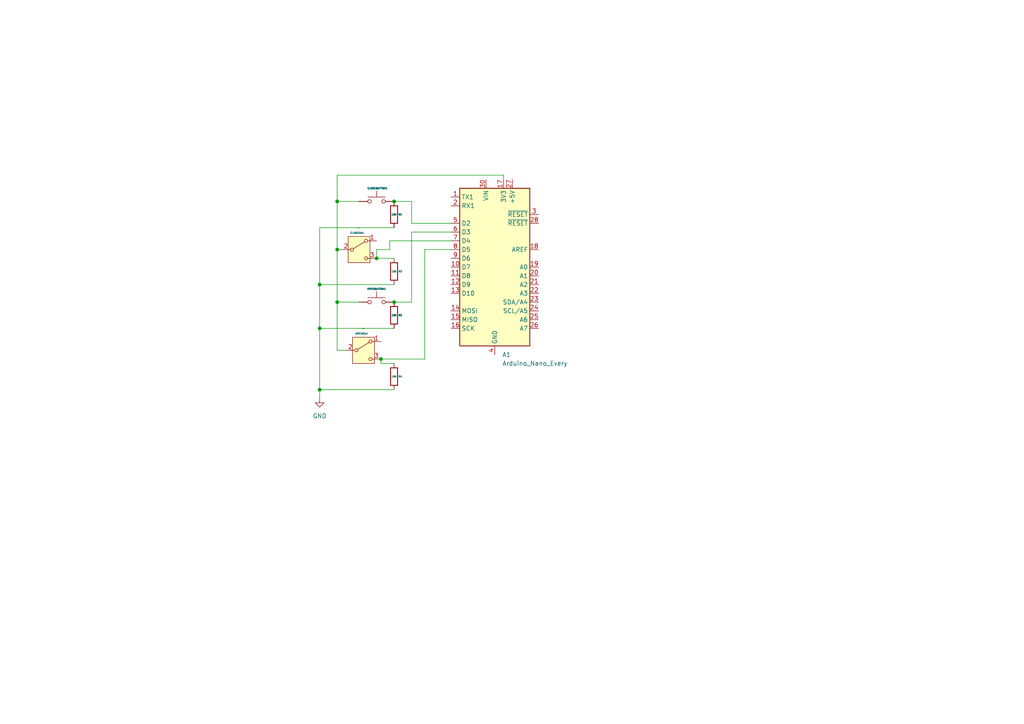
<source format=kicad_sch>
(kicad_sch
	(version 20250114)
	(generator "eeschema")
	(generator_version "9.0")
	(uuid "a09d749a-88ef-4b43-a90b-1e92ad266665")
	(paper "A4")
	(lib_symbols
		(symbol "Device:R"
			(pin_numbers
				(hide yes)
			)
			(pin_names
				(offset 0)
			)
			(exclude_from_sim no)
			(in_bom yes)
			(on_board yes)
			(property "Reference" "R"
				(at 2.032 0 90)
				(effects
					(font
						(size 1.27 1.27)
					)
				)
			)
			(property "Value" "R"
				(at 0 0 90)
				(effects
					(font
						(size 1.27 1.27)
					)
				)
			)
			(property "Footprint" ""
				(at -1.778 0 90)
				(effects
					(font
						(size 1.27 1.27)
					)
					(hide yes)
				)
			)
			(property "Datasheet" "~"
				(at 0 0 0)
				(effects
					(font
						(size 1.27 1.27)
					)
					(hide yes)
				)
			)
			(property "Description" "Resistor"
				(at 0 0 0)
				(effects
					(font
						(size 1.27 1.27)
					)
					(hide yes)
				)
			)
			(property "ki_keywords" "R res resistor"
				(at 0 0 0)
				(effects
					(font
						(size 1.27 1.27)
					)
					(hide yes)
				)
			)
			(property "ki_fp_filters" "R_*"
				(at 0 0 0)
				(effects
					(font
						(size 1.27 1.27)
					)
					(hide yes)
				)
			)
			(symbol "R_0_1"
				(rectangle
					(start -1.016 -2.54)
					(end 1.016 2.54)
					(stroke
						(width 0.254)
						(type default)
					)
					(fill
						(type none)
					)
				)
			)
			(symbol "R_1_1"
				(pin passive line
					(at 0 3.81 270)
					(length 1.27)
					(name "~"
						(effects
							(font
								(size 1.27 1.27)
							)
						)
					)
					(number "1"
						(effects
							(font
								(size 1.27 1.27)
							)
						)
					)
				)
				(pin passive line
					(at 0 -3.81 90)
					(length 1.27)
					(name "~"
						(effects
							(font
								(size 1.27 1.27)
							)
						)
					)
					(number "2"
						(effects
							(font
								(size 1.27 1.27)
							)
						)
					)
				)
			)
			(embedded_fonts no)
		)
		(symbol "MCU_Module:Arduino_Nano_Every"
			(exclude_from_sim no)
			(in_bom yes)
			(on_board yes)
			(property "Reference" "A"
				(at -10.16 23.495 0)
				(effects
					(font
						(size 1.27 1.27)
					)
					(justify left bottom)
				)
			)
			(property "Value" "Arduino_Nano_Every"
				(at 5.08 -24.13 0)
				(effects
					(font
						(size 1.27 1.27)
					)
					(justify left top)
				)
			)
			(property "Footprint" "Module:Arduino_Nano"
				(at 0 0 0)
				(effects
					(font
						(size 1.27 1.27)
						(italic yes)
					)
					(hide yes)
				)
			)
			(property "Datasheet" "https://content.arduino.cc/assets/NANOEveryV3.0_sch.pdf"
				(at 0 0 0)
				(effects
					(font
						(size 1.27 1.27)
					)
					(hide yes)
				)
			)
			(property "Description" "Arduino Nano Every"
				(at 0 0 0)
				(effects
					(font
						(size 1.27 1.27)
					)
					(hide yes)
				)
			)
			(property "ki_keywords" "Arduino nano microcontroller module USB UPDI AATMega4809 AVR"
				(at 0 0 0)
				(effects
					(font
						(size 1.27 1.27)
					)
					(hide yes)
				)
			)
			(property "ki_fp_filters" "Arduino*Nano*"
				(at 0 0 0)
				(effects
					(font
						(size 1.27 1.27)
					)
					(hide yes)
				)
			)
			(symbol "Arduino_Nano_Every_0_1"
				(rectangle
					(start -10.16 22.86)
					(end 10.16 -22.86)
					(stroke
						(width 0.254)
						(type default)
					)
					(fill
						(type background)
					)
				)
			)
			(symbol "Arduino_Nano_Every_1_1"
				(pin bidirectional line
					(at -12.7 20.32 0)
					(length 2.54)
					(name "TX1"
						(effects
							(font
								(size 1.27 1.27)
							)
						)
					)
					(number "1"
						(effects
							(font
								(size 1.27 1.27)
							)
						)
					)
				)
				(pin bidirectional line
					(at -12.7 17.78 0)
					(length 2.54)
					(name "RX1"
						(effects
							(font
								(size 1.27 1.27)
							)
						)
					)
					(number "2"
						(effects
							(font
								(size 1.27 1.27)
							)
						)
					)
				)
				(pin bidirectional line
					(at -12.7 12.7 0)
					(length 2.54)
					(name "D2"
						(effects
							(font
								(size 1.27 1.27)
							)
						)
					)
					(number "5"
						(effects
							(font
								(size 1.27 1.27)
							)
						)
					)
				)
				(pin bidirectional line
					(at -12.7 10.16 0)
					(length 2.54)
					(name "D3"
						(effects
							(font
								(size 1.27 1.27)
							)
						)
					)
					(number "6"
						(effects
							(font
								(size 1.27 1.27)
							)
						)
					)
				)
				(pin bidirectional line
					(at -12.7 7.62 0)
					(length 2.54)
					(name "D4"
						(effects
							(font
								(size 1.27 1.27)
							)
						)
					)
					(number "7"
						(effects
							(font
								(size 1.27 1.27)
							)
						)
					)
				)
				(pin bidirectional line
					(at -12.7 5.08 0)
					(length 2.54)
					(name "D5"
						(effects
							(font
								(size 1.27 1.27)
							)
						)
					)
					(number "8"
						(effects
							(font
								(size 1.27 1.27)
							)
						)
					)
				)
				(pin bidirectional line
					(at -12.7 2.54 0)
					(length 2.54)
					(name "D6"
						(effects
							(font
								(size 1.27 1.27)
							)
						)
					)
					(number "9"
						(effects
							(font
								(size 1.27 1.27)
							)
						)
					)
				)
				(pin bidirectional line
					(at -12.7 0 0)
					(length 2.54)
					(name "D7"
						(effects
							(font
								(size 1.27 1.27)
							)
						)
					)
					(number "10"
						(effects
							(font
								(size 1.27 1.27)
							)
						)
					)
				)
				(pin bidirectional line
					(at -12.7 -2.54 0)
					(length 2.54)
					(name "D8"
						(effects
							(font
								(size 1.27 1.27)
							)
						)
					)
					(number "11"
						(effects
							(font
								(size 1.27 1.27)
							)
						)
					)
				)
				(pin bidirectional line
					(at -12.7 -5.08 0)
					(length 2.54)
					(name "D9"
						(effects
							(font
								(size 1.27 1.27)
							)
						)
					)
					(number "12"
						(effects
							(font
								(size 1.27 1.27)
							)
						)
					)
				)
				(pin bidirectional line
					(at -12.7 -7.62 0)
					(length 2.54)
					(name "D10"
						(effects
							(font
								(size 1.27 1.27)
							)
						)
					)
					(number "13"
						(effects
							(font
								(size 1.27 1.27)
							)
						)
					)
				)
				(pin bidirectional line
					(at -12.7 -12.7 0)
					(length 2.54)
					(name "MOSI"
						(effects
							(font
								(size 1.27 1.27)
							)
						)
					)
					(number "14"
						(effects
							(font
								(size 1.27 1.27)
							)
						)
					)
				)
				(pin bidirectional line
					(at -12.7 -15.24 0)
					(length 2.54)
					(name "MISO"
						(effects
							(font
								(size 1.27 1.27)
							)
						)
					)
					(number "15"
						(effects
							(font
								(size 1.27 1.27)
							)
						)
					)
				)
				(pin bidirectional line
					(at -12.7 -17.78 0)
					(length 2.54)
					(name "SCK"
						(effects
							(font
								(size 1.27 1.27)
							)
						)
					)
					(number "16"
						(effects
							(font
								(size 1.27 1.27)
							)
						)
					)
				)
				(pin power_in line
					(at -2.54 25.4 270)
					(length 2.54)
					(name "VIN"
						(effects
							(font
								(size 1.27 1.27)
							)
						)
					)
					(number "30"
						(effects
							(font
								(size 1.27 1.27)
							)
						)
					)
				)
				(pin passive line
					(at 0 -25.4 90)
					(length 2.54)
					(hide yes)
					(name "GND"
						(effects
							(font
								(size 1.27 1.27)
							)
						)
					)
					(number "29"
						(effects
							(font
								(size 1.27 1.27)
							)
						)
					)
				)
				(pin power_in line
					(at 0 -25.4 90)
					(length 2.54)
					(name "GND"
						(effects
							(font
								(size 1.27 1.27)
							)
						)
					)
					(number "4"
						(effects
							(font
								(size 1.27 1.27)
							)
						)
					)
				)
				(pin power_out line
					(at 2.54 25.4 270)
					(length 2.54)
					(name "3V3"
						(effects
							(font
								(size 1.27 1.27)
							)
						)
					)
					(number "17"
						(effects
							(font
								(size 1.27 1.27)
							)
						)
					)
				)
				(pin power_out line
					(at 5.08 25.4 270)
					(length 2.54)
					(name "+5V"
						(effects
							(font
								(size 1.27 1.27)
							)
						)
					)
					(number "27"
						(effects
							(font
								(size 1.27 1.27)
							)
						)
					)
				)
				(pin input line
					(at 12.7 15.24 180)
					(length 2.54)
					(name "~{RESET}"
						(effects
							(font
								(size 1.27 1.27)
							)
						)
					)
					(number "3"
						(effects
							(font
								(size 1.27 1.27)
							)
						)
					)
				)
				(pin input line
					(at 12.7 12.7 180)
					(length 2.54)
					(name "~{RESET}"
						(effects
							(font
								(size 1.27 1.27)
							)
						)
					)
					(number "28"
						(effects
							(font
								(size 1.27 1.27)
							)
						)
					)
				)
				(pin input line
					(at 12.7 5.08 180)
					(length 2.54)
					(name "AREF"
						(effects
							(font
								(size 1.27 1.27)
							)
						)
					)
					(number "18"
						(effects
							(font
								(size 1.27 1.27)
							)
						)
					)
				)
				(pin bidirectional line
					(at 12.7 0 180)
					(length 2.54)
					(name "A0"
						(effects
							(font
								(size 1.27 1.27)
							)
						)
					)
					(number "19"
						(effects
							(font
								(size 1.27 1.27)
							)
						)
					)
				)
				(pin bidirectional line
					(at 12.7 -2.54 180)
					(length 2.54)
					(name "A1"
						(effects
							(font
								(size 1.27 1.27)
							)
						)
					)
					(number "20"
						(effects
							(font
								(size 1.27 1.27)
							)
						)
					)
				)
				(pin bidirectional line
					(at 12.7 -5.08 180)
					(length 2.54)
					(name "A2"
						(effects
							(font
								(size 1.27 1.27)
							)
						)
					)
					(number "21"
						(effects
							(font
								(size 1.27 1.27)
							)
						)
					)
				)
				(pin bidirectional line
					(at 12.7 -7.62 180)
					(length 2.54)
					(name "A3"
						(effects
							(font
								(size 1.27 1.27)
							)
						)
					)
					(number "22"
						(effects
							(font
								(size 1.27 1.27)
							)
						)
					)
				)
				(pin bidirectional line
					(at 12.7 -10.16 180)
					(length 2.54)
					(name "SDA/A4"
						(effects
							(font
								(size 1.27 1.27)
							)
						)
					)
					(number "23"
						(effects
							(font
								(size 1.27 1.27)
							)
						)
					)
				)
				(pin bidirectional line
					(at 12.7 -12.7 180)
					(length 2.54)
					(name "SCL/A5"
						(effects
							(font
								(size 1.27 1.27)
							)
						)
					)
					(number "24"
						(effects
							(font
								(size 1.27 1.27)
							)
						)
					)
				)
				(pin bidirectional line
					(at 12.7 -15.24 180)
					(length 2.54)
					(name "A6"
						(effects
							(font
								(size 1.27 1.27)
							)
						)
					)
					(number "25"
						(effects
							(font
								(size 1.27 1.27)
							)
						)
					)
				)
				(pin bidirectional line
					(at 12.7 -17.78 180)
					(length 2.54)
					(name "A7"
						(effects
							(font
								(size 1.27 1.27)
							)
						)
					)
					(number "26"
						(effects
							(font
								(size 1.27 1.27)
							)
						)
					)
				)
			)
			(embedded_fonts no)
		)
		(symbol "Switch:SW_Omron_B3FS"
			(pin_numbers
				(hide yes)
			)
			(pin_names
				(offset 1.016)
				(hide yes)
			)
			(exclude_from_sim no)
			(in_bom yes)
			(on_board yes)
			(property "Reference" "SW"
				(at 1.27 2.54 0)
				(effects
					(font
						(size 1.27 1.27)
					)
					(justify left)
				)
			)
			(property "Value" "SW_Omron_B3FS"
				(at 0 -1.524 0)
				(effects
					(font
						(size 1.27 1.27)
					)
				)
			)
			(property "Footprint" ""
				(at 0 5.08 0)
				(effects
					(font
						(size 1.27 1.27)
					)
					(hide yes)
				)
			)
			(property "Datasheet" "https://omronfs.omron.com/en_US/ecb/products/pdf/en-b3fs.pdf"
				(at 0 5.08 0)
				(effects
					(font
						(size 1.27 1.27)
					)
					(hide yes)
				)
			)
			(property "Description" "Omron B3FS 6x6mm single pole normally-open tactile switch"
				(at 0 0 0)
				(effects
					(font
						(size 1.27 1.27)
					)
					(hide yes)
				)
			)
			(property "ki_keywords" "switch normally-open pushbutton push-button"
				(at 0 0 0)
				(effects
					(font
						(size 1.27 1.27)
					)
					(hide yes)
				)
			)
			(property "ki_fp_filters" "SW*Omron*B3FS*"
				(at 0 0 0)
				(effects
					(font
						(size 1.27 1.27)
					)
					(hide yes)
				)
			)
			(symbol "SW_Omron_B3FS_0_1"
				(circle
					(center -2.032 0)
					(radius 0.508)
					(stroke
						(width 0)
						(type default)
					)
					(fill
						(type none)
					)
				)
				(polyline
					(pts
						(xy 0 1.27) (xy 0 3.048)
					)
					(stroke
						(width 0)
						(type default)
					)
					(fill
						(type none)
					)
				)
				(circle
					(center 2.032 0)
					(radius 0.508)
					(stroke
						(width 0)
						(type default)
					)
					(fill
						(type none)
					)
				)
				(polyline
					(pts
						(xy 2.54 1.27) (xy -2.54 1.27)
					)
					(stroke
						(width 0)
						(type default)
					)
					(fill
						(type none)
					)
				)
				(pin passive line
					(at -5.08 0 0)
					(length 2.54)
					(name "1"
						(effects
							(font
								(size 1.27 1.27)
							)
						)
					)
					(number "1"
						(effects
							(font
								(size 1.27 1.27)
							)
						)
					)
				)
				(pin passive line
					(at 5.08 0 180)
					(length 2.54)
					(name "2"
						(effects
							(font
								(size 1.27 1.27)
							)
						)
					)
					(number "2"
						(effects
							(font
								(size 1.27 1.27)
							)
						)
					)
				)
			)
			(embedded_fonts no)
		)
		(symbol "Switch:SW_SPDT"
			(pin_names
				(offset 0)
				(hide yes)
			)
			(exclude_from_sim no)
			(in_bom yes)
			(on_board yes)
			(property "Reference" "SW"
				(at 0 5.08 0)
				(effects
					(font
						(size 1.27 1.27)
					)
				)
			)
			(property "Value" "SW_SPDT"
				(at 0 -5.08 0)
				(effects
					(font
						(size 1.27 1.27)
					)
				)
			)
			(property "Footprint" ""
				(at 0 0 0)
				(effects
					(font
						(size 1.27 1.27)
					)
					(hide yes)
				)
			)
			(property "Datasheet" "~"
				(at 0 -7.62 0)
				(effects
					(font
						(size 1.27 1.27)
					)
					(hide yes)
				)
			)
			(property "Description" "Switch, single pole double throw"
				(at 0 0 0)
				(effects
					(font
						(size 1.27 1.27)
					)
					(hide yes)
				)
			)
			(property "ki_keywords" "switch single-pole double-throw spdt ON-ON"
				(at 0 0 0)
				(effects
					(font
						(size 1.27 1.27)
					)
					(hide yes)
				)
			)
			(symbol "SW_SPDT_0_1"
				(circle
					(center -2.032 0)
					(radius 0.4572)
					(stroke
						(width 0)
						(type default)
					)
					(fill
						(type none)
					)
				)
				(polyline
					(pts
						(xy -1.651 0.254) (xy 1.651 2.286)
					)
					(stroke
						(width 0)
						(type default)
					)
					(fill
						(type none)
					)
				)
				(circle
					(center 2.032 2.54)
					(radius 0.4572)
					(stroke
						(width 0)
						(type default)
					)
					(fill
						(type none)
					)
				)
				(circle
					(center 2.032 -2.54)
					(radius 0.4572)
					(stroke
						(width 0)
						(type default)
					)
					(fill
						(type none)
					)
				)
			)
			(symbol "SW_SPDT_1_1"
				(rectangle
					(start -3.175 3.81)
					(end 3.175 -3.81)
					(stroke
						(width 0)
						(type default)
					)
					(fill
						(type background)
					)
				)
				(pin passive line
					(at -5.08 0 0)
					(length 2.54)
					(name "B"
						(effects
							(font
								(size 1.27 1.27)
							)
						)
					)
					(number "2"
						(effects
							(font
								(size 1.27 1.27)
							)
						)
					)
				)
				(pin passive line
					(at 5.08 2.54 180)
					(length 2.54)
					(name "A"
						(effects
							(font
								(size 1.27 1.27)
							)
						)
					)
					(number "1"
						(effects
							(font
								(size 1.27 1.27)
							)
						)
					)
				)
				(pin passive line
					(at 5.08 -2.54 180)
					(length 2.54)
					(name "C"
						(effects
							(font
								(size 1.27 1.27)
							)
						)
					)
					(number "3"
						(effects
							(font
								(size 1.27 1.27)
							)
						)
					)
				)
			)
			(embedded_fonts no)
		)
		(symbol "power:GND"
			(power)
			(pin_numbers
				(hide yes)
			)
			(pin_names
				(offset 0)
				(hide yes)
			)
			(exclude_from_sim no)
			(in_bom yes)
			(on_board yes)
			(property "Reference" "#PWR"
				(at 0 -6.35 0)
				(effects
					(font
						(size 1.27 1.27)
					)
					(hide yes)
				)
			)
			(property "Value" "GND"
				(at 0 -3.81 0)
				(effects
					(font
						(size 1.27 1.27)
					)
				)
			)
			(property "Footprint" ""
				(at 0 0 0)
				(effects
					(font
						(size 1.27 1.27)
					)
					(hide yes)
				)
			)
			(property "Datasheet" ""
				(at 0 0 0)
				(effects
					(font
						(size 1.27 1.27)
					)
					(hide yes)
				)
			)
			(property "Description" "Power symbol creates a global label with name \"GND\" , ground"
				(at 0 0 0)
				(effects
					(font
						(size 1.27 1.27)
					)
					(hide yes)
				)
			)
			(property "ki_keywords" "global power"
				(at 0 0 0)
				(effects
					(font
						(size 1.27 1.27)
					)
					(hide yes)
				)
			)
			(symbol "GND_0_1"
				(polyline
					(pts
						(xy 0 0) (xy 0 -1.27) (xy 1.27 -1.27) (xy 0 -2.54) (xy -1.27 -1.27) (xy 0 -1.27)
					)
					(stroke
						(width 0)
						(type default)
					)
					(fill
						(type none)
					)
				)
			)
			(symbol "GND_1_1"
				(pin power_in line
					(at 0 0 270)
					(length 0)
					(name "~"
						(effects
							(font
								(size 1.27 1.27)
							)
						)
					)
					(number "1"
						(effects
							(font
								(size 1.27 1.27)
							)
						)
					)
				)
			)
			(embedded_fonts no)
		)
	)
	(junction
		(at 92.71 95.25)
		(diameter 0)
		(color 0 0 0 0)
		(uuid "0b964c53-4c70-4b18-9f71-10f51b93c609")
	)
	(junction
		(at 110.49 104.14)
		(diameter 0)
		(color 0 0 0 0)
		(uuid "22cf717d-49d5-41ac-990d-6f201234cf46")
	)
	(junction
		(at 97.79 87.63)
		(diameter 0)
		(color 0 0 0 0)
		(uuid "379364f1-94e9-4776-9b25-d384d8b01fa1")
	)
	(junction
		(at 114.3 87.63)
		(diameter 0)
		(color 0 0 0 0)
		(uuid "3e3e99b6-3798-4aa7-9114-ef346518559b")
	)
	(junction
		(at 114.3 58.42)
		(diameter 0)
		(color 0 0 0 0)
		(uuid "762b295f-e907-43bf-90b0-c7c6db06da65")
	)
	(junction
		(at 92.71 113.03)
		(diameter 0)
		(color 0 0 0 0)
		(uuid "7a5f844a-415d-4ffb-8082-2389e2e0d9a5")
	)
	(junction
		(at 97.79 58.42)
		(diameter 0)
		(color 0 0 0 0)
		(uuid "9c592d45-2808-4f0a-ba36-11d43a84ef5a")
	)
	(junction
		(at 92.71 82.55)
		(diameter 0)
		(color 0 0 0 0)
		(uuid "c4296b57-8058-4118-8afa-de2e389c2ca9")
	)
	(junction
		(at 97.79 72.39)
		(diameter 0)
		(color 0 0 0 0)
		(uuid "c5b783ef-549d-45b8-9621-c93320091ee4")
	)
	(junction
		(at 109.22 74.93)
		(diameter 0)
		(color 0 0 0 0)
		(uuid "f925b9c0-6566-4b12-adc9-3eb358a6f363")
	)
	(wire
		(pts
			(xy 123.19 72.39) (xy 130.81 72.39)
		)
		(stroke
			(width 0)
			(type default)
		)
		(uuid "00072e68-1c86-466e-8600-283aca5c4836")
	)
	(wire
		(pts
			(xy 130.81 64.77) (xy 119.38 64.77)
		)
		(stroke
			(width 0)
			(type default)
		)
		(uuid "0ca8aab1-a9b1-4394-b12a-94ed2d21d44e")
	)
	(wire
		(pts
			(xy 114.3 74.93) (xy 109.22 74.93)
		)
		(stroke
			(width 0)
			(type default)
		)
		(uuid "0cd9261f-d319-43f7-b2f9-dc72ab1cc9b1")
	)
	(wire
		(pts
			(xy 100.33 101.6) (xy 97.79 101.6)
		)
		(stroke
			(width 0)
			(type default)
		)
		(uuid "12efbea5-a50c-4ed7-ad7b-a1a8f640949a")
	)
	(wire
		(pts
			(xy 146.05 50.8) (xy 146.05 52.07)
		)
		(stroke
			(width 0)
			(type default)
		)
		(uuid "266f9c70-993e-431a-bdf3-9ebfc4004a64")
	)
	(wire
		(pts
			(xy 119.38 64.77) (xy 119.38 58.42)
		)
		(stroke
			(width 0)
			(type default)
		)
		(uuid "2b1fe054-c7d3-4248-8862-b082c003791f")
	)
	(wire
		(pts
			(xy 114.3 82.55) (xy 92.71 82.55)
		)
		(stroke
			(width 0)
			(type default)
		)
		(uuid "2d75c061-0b5c-405d-94e8-3546f6e4b35d")
	)
	(wire
		(pts
			(xy 92.71 113.03) (xy 114.3 113.03)
		)
		(stroke
			(width 0)
			(type default)
		)
		(uuid "3c12fbf2-8ddd-40d0-a776-178015327daf")
	)
	(wire
		(pts
			(xy 114.3 87.63) (xy 119.38 87.63)
		)
		(stroke
			(width 0)
			(type default)
		)
		(uuid "3fe174b8-200a-4a3d-9163-537a45f608a5")
	)
	(wire
		(pts
			(xy 97.79 58.42) (xy 104.14 58.42)
		)
		(stroke
			(width 0)
			(type default)
		)
		(uuid "47cb703c-bdb9-4b97-a458-4a9e59ace586")
	)
	(wire
		(pts
			(xy 97.79 72.39) (xy 99.06 72.39)
		)
		(stroke
			(width 0)
			(type default)
		)
		(uuid "4e99d8ea-e4bd-4a5e-9c2c-e02dc559f9a1")
	)
	(wire
		(pts
			(xy 97.79 87.63) (xy 97.79 101.6)
		)
		(stroke
			(width 0)
			(type default)
		)
		(uuid "4ea9a239-5b4c-42d4-b56d-d93393acdeaa")
	)
	(wire
		(pts
			(xy 130.81 67.31) (xy 119.38 67.31)
		)
		(stroke
			(width 0)
			(type default)
		)
		(uuid "563bda3f-17b2-47c2-83d4-66cc4f853950")
	)
	(wire
		(pts
			(xy 97.79 50.8) (xy 146.05 50.8)
		)
		(stroke
			(width 0)
			(type default)
		)
		(uuid "571bb98a-1feb-4113-bf2b-47c5d20fb42a")
	)
	(wire
		(pts
			(xy 110.49 104.14) (xy 123.19 104.14)
		)
		(stroke
			(width 0)
			(type default)
		)
		(uuid "5929354e-a44f-4b46-9c84-e73a8a68f9a9")
	)
	(wire
		(pts
			(xy 114.3 66.04) (xy 92.71 66.04)
		)
		(stroke
			(width 0)
			(type default)
		)
		(uuid "5ebc6ff0-7d24-4cc1-8307-ad60f42681fe")
	)
	(wire
		(pts
			(xy 119.38 67.31) (xy 119.38 87.63)
		)
		(stroke
			(width 0)
			(type default)
		)
		(uuid "65636677-59ce-4d9e-a403-1a82366ccb24")
	)
	(wire
		(pts
			(xy 92.71 115.57) (xy 92.71 113.03)
		)
		(stroke
			(width 0)
			(type default)
		)
		(uuid "777503dd-e31e-4a25-ba7d-032e2f81508a")
	)
	(wire
		(pts
			(xy 114.3 58.42) (xy 119.38 58.42)
		)
		(stroke
			(width 0)
			(type default)
		)
		(uuid "895bfa35-1428-4b49-8203-d07c47b1bd88")
	)
	(wire
		(pts
			(xy 114.3 105.41) (xy 110.49 105.41)
		)
		(stroke
			(width 0)
			(type default)
		)
		(uuid "8dab1b70-b667-401f-ace6-aa7fda934243")
	)
	(wire
		(pts
			(xy 110.49 104.14) (xy 110.49 105.41)
		)
		(stroke
			(width 0)
			(type default)
		)
		(uuid "9e1b1d58-973b-4437-a4f3-cfb3a5983881")
	)
	(wire
		(pts
			(xy 113.03 69.85) (xy 113.03 72.39)
		)
		(stroke
			(width 0)
			(type default)
		)
		(uuid "9ee2af62-2e49-46a6-8290-6effc9a54a72")
	)
	(wire
		(pts
			(xy 97.79 58.42) (xy 97.79 72.39)
		)
		(stroke
			(width 0)
			(type default)
		)
		(uuid "a6cc00ac-0528-47c8-9875-f4f27bc1aee8")
	)
	(wire
		(pts
			(xy 92.71 95.25) (xy 92.71 113.03)
		)
		(stroke
			(width 0)
			(type default)
		)
		(uuid "b8cb946e-738f-40b6-a078-38dfd800ffc9")
	)
	(wire
		(pts
			(xy 97.79 72.39) (xy 97.79 87.63)
		)
		(stroke
			(width 0)
			(type default)
		)
		(uuid "d74b414d-947b-44af-bcc6-b071dde6cc16")
	)
	(wire
		(pts
			(xy 123.19 72.39) (xy 123.19 104.14)
		)
		(stroke
			(width 0)
			(type default)
		)
		(uuid "e181f720-80c0-4626-8be3-ba221e3971ee")
	)
	(wire
		(pts
			(xy 109.22 72.39) (xy 109.22 74.93)
		)
		(stroke
			(width 0)
			(type default)
		)
		(uuid "ebb9b1c0-4e55-4708-ad41-c7055fce9e3e")
	)
	(wire
		(pts
			(xy 92.71 66.04) (xy 92.71 82.55)
		)
		(stroke
			(width 0)
			(type default)
		)
		(uuid "f0594dbd-0a9d-4972-ac9c-9494dd2c30e5")
	)
	(wire
		(pts
			(xy 97.79 87.63) (xy 104.14 87.63)
		)
		(stroke
			(width 0)
			(type default)
		)
		(uuid "f16b83ee-21d2-4bc4-81d5-463f30b62635")
	)
	(wire
		(pts
			(xy 92.71 82.55) (xy 92.71 95.25)
		)
		(stroke
			(width 0)
			(type default)
		)
		(uuid "f471a137-4592-4f0d-8cd0-7a3cf78149ec")
	)
	(wire
		(pts
			(xy 92.71 95.25) (xy 114.3 95.25)
		)
		(stroke
			(width 0)
			(type default)
		)
		(uuid "f589a2fa-b457-42ce-b749-fde8b8095b52")
	)
	(wire
		(pts
			(xy 130.81 69.85) (xy 113.03 69.85)
		)
		(stroke
			(width 0)
			(type default)
		)
		(uuid "f5b68b29-1984-40a2-b931-ed53fa764c96")
	)
	(wire
		(pts
			(xy 97.79 58.42) (xy 97.79 50.8)
		)
		(stroke
			(width 0)
			(type default)
		)
		(uuid "fb070841-321b-49d2-933a-b620dcc25636")
	)
	(wire
		(pts
			(xy 113.03 72.39) (xy 109.22 72.39)
		)
		(stroke
			(width 0)
			(type default)
		)
		(uuid "fe516591-3541-484f-abdb-bd8535aa3acb")
	)
	(symbol
		(lib_id "Switch:SW_Omron_B3FS")
		(at 109.22 58.42 0)
		(unit 1)
		(exclude_from_sim no)
		(in_bom yes)
		(on_board yes)
		(dnp no)
		(uuid "0be3a385-08ef-413f-9d4c-2617c2356fd5")
		(property "Reference" "CLOSEBUTTON1"
			(at 109.474 54.61 0)
			(effects
				(font
					(size 0.508 0.508)
				)
			)
		)
		(property "Value" "SW_Omron_B3FS"
			(at 109.474 54.61 0)
			(effects
				(font
					(size 0.508 0.508)
				)
				(hide yes)
			)
		)
		(property "Footprint" ""
			(at 109.22 53.34 0)
			(effects
				(font
					(size 1.27 1.27)
				)
				(hide yes)
			)
		)
		(property "Datasheet" "https://omronfs.omron.com/en_US/ecb/products/pdf/en-b3fs.pdf"
			(at 109.22 53.34 0)
			(effects
				(font
					(size 1.27 1.27)
				)
				(hide yes)
			)
		)
		(property "Description" "Omron B3FS 6x6mm single pole normally-open tactile switch"
			(at 109.22 58.42 0)
			(effects
				(font
					(size 1.27 1.27)
				)
				(hide yes)
			)
		)
		(pin "1"
			(uuid "6cfe0099-2854-4ec4-84ee-355c9ded8f3f")
		)
		(pin "2"
			(uuid "9a6679cd-4c2a-487c-b223-e310cafed7c2")
		)
		(instances
			(project ""
				(path "/a09d749a-88ef-4b43-a90b-1e92ad266665"
					(reference "CLOSEBUTTON1")
					(unit 1)
				)
			)
		)
	)
	(symbol
		(lib_id "Device:R")
		(at 114.3 91.44 0)
		(unit 1)
		(exclude_from_sim no)
		(in_bom yes)
		(on_board yes)
		(dnp no)
		(uuid "0cfb70d6-dcec-43b2-92d1-6bc3de728c60")
		(property "Reference" "R2"
			(at 115.57 91.44 0)
			(effects
				(font
					(size 0.508 0.508)
				)
				(justify left)
			)
		)
		(property "Value" "10K"
			(at 113.538 91.44 0)
			(effects
				(font
					(size 0.508 0.508)
				)
				(justify left)
			)
		)
		(property "Footprint" ""
			(at 112.522 91.44 90)
			(effects
				(font
					(size 1.27 1.27)
				)
				(hide yes)
			)
		)
		(property "Datasheet" "~"
			(at 114.3 91.44 0)
			(effects
				(font
					(size 1.27 1.27)
				)
				(hide yes)
			)
		)
		(property "Description" "Resistor"
			(at 114.3 91.44 0)
			(effects
				(font
					(size 1.27 1.27)
				)
				(hide yes)
			)
		)
		(pin "2"
			(uuid "d631576a-2da5-4302-957c-223ddb635259")
		)
		(pin "1"
			(uuid "1e24b2fd-1c87-4c54-bdd3-96c3acc5e674")
		)
		(instances
			(project ""
				(path "/a09d749a-88ef-4b43-a90b-1e92ad266665"
					(reference "R2")
					(unit 1)
				)
			)
		)
	)
	(symbol
		(lib_id "Device:R")
		(at 114.3 62.23 0)
		(unit 1)
		(exclude_from_sim no)
		(in_bom yes)
		(on_board yes)
		(dnp no)
		(uuid "127bc2cb-549f-40d2-8ae2-a3d7b871f91b")
		(property "Reference" "R1"
			(at 115.57 62.23 0)
			(effects
				(font
					(size 0.508 0.508)
				)
				(justify left)
			)
		)
		(property "Value" "10K"
			(at 113.538 62.23 0)
			(effects
				(font
					(size 0.508 0.508)
				)
				(justify left)
			)
		)
		(property "Footprint" ""
			(at 112.522 62.23 90)
			(effects
				(font
					(size 1.27 1.27)
				)
				(hide yes)
			)
		)
		(property "Datasheet" "~"
			(at 114.3 62.23 0)
			(effects
				(font
					(size 1.27 1.27)
				)
				(hide yes)
			)
		)
		(property "Description" "Resistor"
			(at 114.3 62.23 0)
			(effects
				(font
					(size 1.27 1.27)
				)
				(hide yes)
			)
		)
		(pin "2"
			(uuid "ea33dff1-00df-4f93-bd18-8b5f5254e56a")
		)
		(pin "1"
			(uuid "deb0034c-b340-45b7-86fd-35dd0d18d117")
		)
		(instances
			(project ""
				(path "/a09d749a-88ef-4b43-a90b-1e92ad266665"
					(reference "R1")
					(unit 1)
				)
			)
		)
	)
	(symbol
		(lib_id "Switch:SW_Omron_B3FS")
		(at 109.22 87.63 0)
		(unit 1)
		(exclude_from_sim no)
		(in_bom yes)
		(on_board yes)
		(dnp no)
		(uuid "156f44eb-3672-4e36-af69-99ce4f441863")
		(property "Reference" "OPENBUTTON1"
			(at 109.22 83.82 0)
			(effects
				(font
					(size 0.508 0.508)
				)
			)
		)
		(property "Value" "SW_Omron_B3FS"
			(at 109.22 83.82 0)
			(effects
				(font
					(size 0.508 0.508)
				)
				(hide yes)
			)
		)
		(property "Footprint" ""
			(at 109.22 82.55 0)
			(effects
				(font
					(size 1.27 1.27)
				)
				(hide yes)
			)
		)
		(property "Datasheet" "https://omronfs.omron.com/en_US/ecb/products/pdf/en-b3fs.pdf"
			(at 109.22 82.55 0)
			(effects
				(font
					(size 1.27 1.27)
				)
				(hide yes)
			)
		)
		(property "Description" "Omron B3FS 6x6mm single pole normally-open tactile switch"
			(at 109.22 87.63 0)
			(effects
				(font
					(size 1.27 1.27)
				)
				(hide yes)
			)
		)
		(pin "1"
			(uuid "053289a2-dc9f-4582-a312-4c029874a409")
		)
		(pin "2"
			(uuid "847e03a9-a6bc-4d31-9dbf-c7ae98f7a3e0")
		)
		(instances
			(project ""
				(path "/a09d749a-88ef-4b43-a90b-1e92ad266665"
					(reference "OPENBUTTON1")
					(unit 1)
				)
			)
		)
	)
	(symbol
		(lib_id "Switch:SW_SPDT")
		(at 105.41 101.6 0)
		(unit 1)
		(exclude_from_sim no)
		(in_bom yes)
		(on_board yes)
		(dnp no)
		(uuid "58464d53-af8c-4a66-9722-7330ee617ecd")
		(property "Reference" "OPENSW1"
			(at 104.902 96.774 0)
			(effects
				(font
					(size 0.508 0.508)
				)
			)
		)
		(property "Value" "~"
			(at 105.41 95.25 0)
			(effects
				(font
					(size 1.27 1.27)
				)
			)
		)
		(property "Footprint" ""
			(at 105.41 101.6 0)
			(effects
				(font
					(size 1.27 1.27)
				)
				(hide yes)
			)
		)
		(property "Datasheet" "~"
			(at 105.41 109.22 0)
			(effects
				(font
					(size 1.27 1.27)
				)
				(hide yes)
			)
		)
		(property "Description" "Switch, single pole double throw"
			(at 105.41 101.6 0)
			(effects
				(font
					(size 1.27 1.27)
				)
				(hide yes)
			)
		)
		(property "Field5" ""
			(at 105.41 101.6 0)
			(effects
				(font
					(size 0.508 0.508)
				)
				(hide yes)
			)
		)
		(pin "3"
			(uuid "aef1e886-97f5-4d15-9a08-6f7a7e0260f0")
		)
		(pin "2"
			(uuid "62cca594-1046-427d-952d-fc83aed239c7")
		)
		(pin "1"
			(uuid "66adca85-e7e6-4318-ae12-af6314f9acb3")
		)
		(instances
			(project "pcb"
				(path "/a09d749a-88ef-4b43-a90b-1e92ad266665"
					(reference "OPENSW1")
					(unit 1)
				)
			)
		)
	)
	(symbol
		(lib_id "MCU_Module:Arduino_Nano_Every")
		(at 143.51 77.47 0)
		(unit 1)
		(exclude_from_sim no)
		(in_bom yes)
		(on_board yes)
		(dnp no)
		(fields_autoplaced yes)
		(uuid "5d9c9807-62b8-4757-a58b-2179015c410b")
		(property "Reference" "A1"
			(at 145.6533 102.87 0)
			(effects
				(font
					(size 1.27 1.27)
				)
				(justify left)
			)
		)
		(property "Value" "Arduino_Nano_Every"
			(at 145.6533 105.41 0)
			(effects
				(font
					(size 1.27 1.27)
				)
				(justify left)
			)
		)
		(property "Footprint" "Module:Arduino_Nano"
			(at 143.51 77.47 0)
			(effects
				(font
					(size 1.27 1.27)
					(italic yes)
				)
				(hide yes)
			)
		)
		(property "Datasheet" "https://content.arduino.cc/assets/NANOEveryV3.0_sch.pdf"
			(at 143.51 77.47 0)
			(effects
				(font
					(size 1.27 1.27)
				)
				(hide yes)
			)
		)
		(property "Description" "Arduino Nano Every"
			(at 143.51 77.47 0)
			(effects
				(font
					(size 1.27 1.27)
				)
				(hide yes)
			)
		)
		(pin "19"
			(uuid "4a9d47d1-2c41-4609-a4c0-a509498637a9")
		)
		(pin "29"
			(uuid "ed35dfa9-d26d-4a49-b084-3787a3c8d028")
		)
		(pin "4"
			(uuid "26f88dfd-0e4e-49ea-8b84-f7988e3bde71")
		)
		(pin "12"
			(uuid "9d5202d5-81a9-48ae-9b86-7d6a0a5b3074")
		)
		(pin "10"
			(uuid "70c96a81-9ee0-4cfc-8025-bb756ff69640")
		)
		(pin "21"
			(uuid "4d3953a3-558e-4be4-b9b0-0fae6c27c048")
		)
		(pin "11"
			(uuid "0f48d80d-3390-425e-92f2-a23aaa0fa9e7")
		)
		(pin "15"
			(uuid "2150c9a8-85ba-4775-8ec2-e9316bee21c0")
		)
		(pin "6"
			(uuid "9664318c-3161-4064-99f2-e60e47823219")
		)
		(pin "23"
			(uuid "1d1f7d67-00db-450e-ac75-1545a857cb88")
		)
		(pin "24"
			(uuid "74b08b65-4f01-4735-8924-9ccf181128b6")
		)
		(pin "27"
			(uuid "61b594a0-e409-4c1e-8321-09f5dca078ef")
		)
		(pin "25"
			(uuid "a78b8128-0652-45aa-b025-03f303e78066")
		)
		(pin "30"
			(uuid "ca6aada8-8a56-4c81-a748-ec70549337f7")
		)
		(pin "7"
			(uuid "d2b4259c-5178-4373-af29-76f157fbb8ee")
		)
		(pin "17"
			(uuid "3e1711e3-4b3c-44b0-8500-a882f9a7efd1")
		)
		(pin "2"
			(uuid "4ae0598f-e140-4ab0-9853-11c7601530b1")
		)
		(pin "8"
			(uuid "522690b0-9f51-4fbf-8123-3c8d58ca615f")
		)
		(pin "16"
			(uuid "6e50f145-a4cc-4eee-93bc-ed11368cfd5b")
		)
		(pin "3"
			(uuid "c33df1d3-8fa3-46dd-9b57-2b2185b4b9bd")
		)
		(pin "28"
			(uuid "e43a7e1b-69e3-48c6-a9d7-98af4bb9701b")
		)
		(pin "20"
			(uuid "b46c2554-8343-4dfb-9ea5-4de31a0882e0")
		)
		(pin "18"
			(uuid "f70037a8-f065-4c15-b936-b342872a3250")
		)
		(pin "22"
			(uuid "6eb1500a-29b3-47f0-86fa-40a299181877")
		)
		(pin "1"
			(uuid "c4502538-77ed-4e73-ac46-8bbfb59b2178")
		)
		(pin "13"
			(uuid "fa3e9e07-35f8-4552-b743-06a28c2c309b")
		)
		(pin "9"
			(uuid "537e1337-07eb-4b81-909d-69064f863ed7")
		)
		(pin "14"
			(uuid "21efd584-6680-487b-8022-2dcdc1d41af6")
		)
		(pin "26"
			(uuid "7707b094-f8da-49c6-b3ca-dd95b7bbf22f")
		)
		(pin "5"
			(uuid "53179b9e-e99c-4936-b344-0db4ad47ea79")
		)
		(instances
			(project ""
				(path "/a09d749a-88ef-4b43-a90b-1e92ad266665"
					(reference "A1")
					(unit 1)
				)
			)
		)
	)
	(symbol
		(lib_id "Device:R")
		(at 114.3 78.74 0)
		(unit 1)
		(exclude_from_sim no)
		(in_bom yes)
		(on_board yes)
		(dnp no)
		(uuid "72ac259f-7344-458d-ad21-d44e963531b2")
		(property "Reference" "R3"
			(at 115.57 78.74 0)
			(effects
				(font
					(size 0.508 0.508)
				)
				(justify left)
			)
		)
		(property "Value" "10K"
			(at 113.538 78.74 0)
			(effects
				(font
					(size 0.508 0.508)
				)
				(justify left)
			)
		)
		(property "Footprint" ""
			(at 112.522 78.74 90)
			(effects
				(font
					(size 1.27 1.27)
				)
				(hide yes)
			)
		)
		(property "Datasheet" "~"
			(at 114.3 78.74 0)
			(effects
				(font
					(size 1.27 1.27)
				)
				(hide yes)
			)
		)
		(property "Description" "Resistor"
			(at 114.3 78.74 0)
			(effects
				(font
					(size 1.27 1.27)
				)
				(hide yes)
			)
		)
		(pin "2"
			(uuid "fb5c4b31-2c9e-4e84-b87b-b83b7e756947")
		)
		(pin "1"
			(uuid "ef773079-cfb7-46a2-abdd-e6aedce53588")
		)
		(instances
			(project "pcb"
				(path "/a09d749a-88ef-4b43-a90b-1e92ad266665"
					(reference "R3")
					(unit 1)
				)
			)
		)
	)
	(symbol
		(lib_id "Device:R")
		(at 114.3 109.22 0)
		(unit 1)
		(exclude_from_sim no)
		(in_bom yes)
		(on_board yes)
		(dnp no)
		(uuid "84b53011-2f4b-4d5f-975c-1b676bac1668")
		(property "Reference" "R4"
			(at 115.57 109.22 0)
			(effects
				(font
					(size 0.508 0.508)
				)
				(justify left)
			)
		)
		(property "Value" "10K"
			(at 113.538 109.22 0)
			(effects
				(font
					(size 0.508 0.508)
				)
				(justify left)
			)
		)
		(property "Footprint" ""
			(at 112.522 109.22 90)
			(effects
				(font
					(size 1.27 1.27)
				)
				(hide yes)
			)
		)
		(property "Datasheet" "~"
			(at 114.3 109.22 0)
			(effects
				(font
					(size 1.27 1.27)
				)
				(hide yes)
			)
		)
		(property "Description" "Resistor"
			(at 114.3 109.22 0)
			(effects
				(font
					(size 1.27 1.27)
				)
				(hide yes)
			)
		)
		(pin "2"
			(uuid "004d5361-13c2-4259-a386-e496f33781f1")
		)
		(pin "1"
			(uuid "3a257987-08b0-472e-8c01-0c58470881e9")
		)
		(instances
			(project "pcb"
				(path "/a09d749a-88ef-4b43-a90b-1e92ad266665"
					(reference "R4")
					(unit 1)
				)
			)
		)
	)
	(symbol
		(lib_id "power:GND")
		(at 92.71 115.57 0)
		(unit 1)
		(exclude_from_sim no)
		(in_bom yes)
		(on_board yes)
		(dnp no)
		(fields_autoplaced yes)
		(uuid "94b27cf3-bea9-4f3b-99d4-04a8e81904be")
		(property "Reference" "#PWR01"
			(at 92.71 121.92 0)
			(effects
				(font
					(size 1.27 1.27)
				)
				(hide yes)
			)
		)
		(property "Value" "GND"
			(at 92.71 120.65 0)
			(effects
				(font
					(size 1.27 1.27)
				)
			)
		)
		(property "Footprint" ""
			(at 92.71 115.57 0)
			(effects
				(font
					(size 1.27 1.27)
				)
				(hide yes)
			)
		)
		(property "Datasheet" ""
			(at 92.71 115.57 0)
			(effects
				(font
					(size 1.27 1.27)
				)
				(hide yes)
			)
		)
		(property "Description" "Power symbol creates a global label with name \"GND\" , ground"
			(at 92.71 115.57 0)
			(effects
				(font
					(size 1.27 1.27)
				)
				(hide yes)
			)
		)
		(pin "1"
			(uuid "183dc217-ecbc-4f02-a2e4-aa473f08e134")
		)
		(instances
			(project ""
				(path "/a09d749a-88ef-4b43-a90b-1e92ad266665"
					(reference "#PWR01")
					(unit 1)
				)
			)
		)
	)
	(symbol
		(lib_id "Switch:SW_SPDT")
		(at 104.14 72.39 0)
		(unit 1)
		(exclude_from_sim no)
		(in_bom yes)
		(on_board yes)
		(dnp no)
		(uuid "e1e981a5-dfc6-40c8-aebe-6a2bec7d5000")
		(property "Reference" "CLOSESW1"
			(at 103.632 67.564 0)
			(effects
				(font
					(size 0.508 0.508)
				)
			)
		)
		(property "Value" "~"
			(at 104.14 66.04 0)
			(effects
				(font
					(size 1.27 1.27)
				)
			)
		)
		(property "Footprint" ""
			(at 104.14 72.39 0)
			(effects
				(font
					(size 1.27 1.27)
				)
				(hide yes)
			)
		)
		(property "Datasheet" "~"
			(at 104.14 80.01 0)
			(effects
				(font
					(size 1.27 1.27)
				)
				(hide yes)
			)
		)
		(property "Description" "Switch, single pole double throw"
			(at 104.14 72.39 0)
			(effects
				(font
					(size 1.27 1.27)
				)
				(hide yes)
			)
		)
		(property "Field5" ""
			(at 104.14 72.39 0)
			(effects
				(font
					(size 0.508 0.508)
				)
				(hide yes)
			)
		)
		(pin "3"
			(uuid "5a1400cb-f7dc-4e15-b180-6e4fde1a4fd0")
		)
		(pin "2"
			(uuid "70323a5f-7456-4dc5-943c-f99caa960156")
		)
		(pin "1"
			(uuid "a7422b53-101c-4543-956a-07a889147800")
		)
		(instances
			(project ""
				(path "/a09d749a-88ef-4b43-a90b-1e92ad266665"
					(reference "CLOSESW1")
					(unit 1)
				)
			)
		)
	)
	(sheet_instances
		(path "/"
			(page "1")
		)
	)
	(embedded_fonts no)
)

</source>
